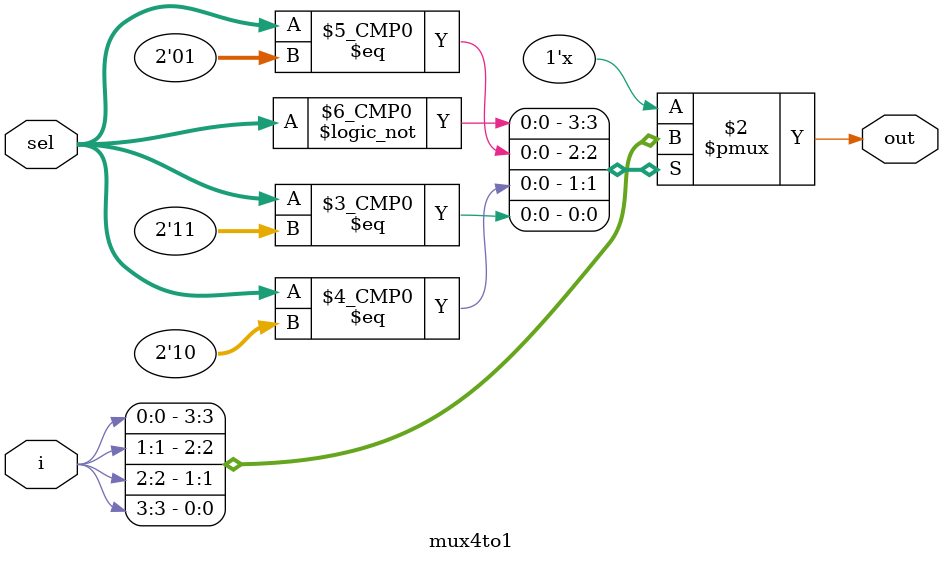
<source format=v>
module mux4to1(i,out,sel);
input [3:0]i;
input [1:0] sel;
output reg out;
always @(*)
begin
    case(sel)
    2'b00 :out=i[0];
    2'b01 :out=i[1];
    2'b10 :out=i[2];
    2'b11 :out=i[3];
    default:out=1'bx;
    endcase
end
endmodule
</source>
